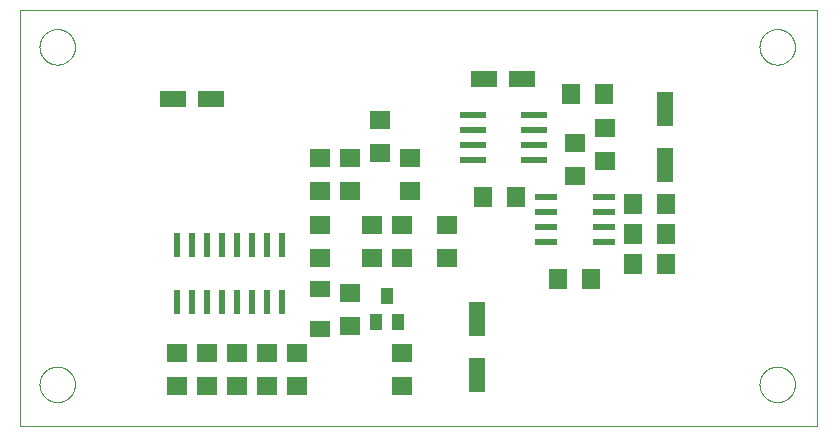
<source format=gtp>
G75*
%MOIN*%
%OFA0B0*%
%FSLAX25Y25*%
%IPPOS*%
%LPD*%
%AMOC8*
5,1,8,0,0,1.08239X$1,22.5*
%
%ADD10C,0.00000*%
%ADD11R,0.02400X0.08100*%
%ADD12R,0.07087X0.06299*%
%ADD13R,0.07087X0.05512*%
%ADD14R,0.03937X0.05512*%
%ADD15R,0.07800X0.02200*%
%ADD16R,0.06299X0.07087*%
%ADD17R,0.05512X0.11811*%
%ADD18R,0.08661X0.05512*%
%ADD19R,0.08661X0.02362*%
D10*
X0001000Y0001000D02*
X0001000Y0139626D01*
X0266614Y0139626D01*
X0266614Y0001000D01*
X0001000Y0001000D01*
X0007519Y0014740D02*
X0007521Y0014893D01*
X0007527Y0015047D01*
X0007537Y0015200D01*
X0007551Y0015352D01*
X0007569Y0015505D01*
X0007591Y0015656D01*
X0007616Y0015807D01*
X0007646Y0015958D01*
X0007680Y0016108D01*
X0007717Y0016256D01*
X0007758Y0016404D01*
X0007803Y0016550D01*
X0007852Y0016696D01*
X0007905Y0016840D01*
X0007961Y0016982D01*
X0008021Y0017123D01*
X0008085Y0017263D01*
X0008152Y0017401D01*
X0008223Y0017537D01*
X0008298Y0017671D01*
X0008375Y0017803D01*
X0008457Y0017933D01*
X0008541Y0018061D01*
X0008629Y0018187D01*
X0008720Y0018310D01*
X0008814Y0018431D01*
X0008912Y0018549D01*
X0009012Y0018665D01*
X0009116Y0018778D01*
X0009222Y0018889D01*
X0009331Y0018997D01*
X0009443Y0019102D01*
X0009557Y0019203D01*
X0009675Y0019302D01*
X0009794Y0019398D01*
X0009916Y0019491D01*
X0010041Y0019580D01*
X0010168Y0019667D01*
X0010297Y0019749D01*
X0010428Y0019829D01*
X0010561Y0019905D01*
X0010696Y0019978D01*
X0010833Y0020047D01*
X0010972Y0020112D01*
X0011112Y0020174D01*
X0011254Y0020232D01*
X0011397Y0020287D01*
X0011542Y0020338D01*
X0011688Y0020385D01*
X0011835Y0020428D01*
X0011983Y0020467D01*
X0012132Y0020503D01*
X0012282Y0020534D01*
X0012433Y0020562D01*
X0012584Y0020586D01*
X0012737Y0020606D01*
X0012889Y0020622D01*
X0013042Y0020634D01*
X0013195Y0020642D01*
X0013348Y0020646D01*
X0013502Y0020646D01*
X0013655Y0020642D01*
X0013808Y0020634D01*
X0013961Y0020622D01*
X0014113Y0020606D01*
X0014266Y0020586D01*
X0014417Y0020562D01*
X0014568Y0020534D01*
X0014718Y0020503D01*
X0014867Y0020467D01*
X0015015Y0020428D01*
X0015162Y0020385D01*
X0015308Y0020338D01*
X0015453Y0020287D01*
X0015596Y0020232D01*
X0015738Y0020174D01*
X0015878Y0020112D01*
X0016017Y0020047D01*
X0016154Y0019978D01*
X0016289Y0019905D01*
X0016422Y0019829D01*
X0016553Y0019749D01*
X0016682Y0019667D01*
X0016809Y0019580D01*
X0016934Y0019491D01*
X0017056Y0019398D01*
X0017175Y0019302D01*
X0017293Y0019203D01*
X0017407Y0019102D01*
X0017519Y0018997D01*
X0017628Y0018889D01*
X0017734Y0018778D01*
X0017838Y0018665D01*
X0017938Y0018549D01*
X0018036Y0018431D01*
X0018130Y0018310D01*
X0018221Y0018187D01*
X0018309Y0018061D01*
X0018393Y0017933D01*
X0018475Y0017803D01*
X0018552Y0017671D01*
X0018627Y0017537D01*
X0018698Y0017401D01*
X0018765Y0017263D01*
X0018829Y0017123D01*
X0018889Y0016982D01*
X0018945Y0016840D01*
X0018998Y0016696D01*
X0019047Y0016550D01*
X0019092Y0016404D01*
X0019133Y0016256D01*
X0019170Y0016108D01*
X0019204Y0015958D01*
X0019234Y0015807D01*
X0019259Y0015656D01*
X0019281Y0015505D01*
X0019299Y0015352D01*
X0019313Y0015200D01*
X0019323Y0015047D01*
X0019329Y0014893D01*
X0019331Y0014740D01*
X0019329Y0014587D01*
X0019323Y0014433D01*
X0019313Y0014280D01*
X0019299Y0014128D01*
X0019281Y0013975D01*
X0019259Y0013824D01*
X0019234Y0013673D01*
X0019204Y0013522D01*
X0019170Y0013372D01*
X0019133Y0013224D01*
X0019092Y0013076D01*
X0019047Y0012930D01*
X0018998Y0012784D01*
X0018945Y0012640D01*
X0018889Y0012498D01*
X0018829Y0012357D01*
X0018765Y0012217D01*
X0018698Y0012079D01*
X0018627Y0011943D01*
X0018552Y0011809D01*
X0018475Y0011677D01*
X0018393Y0011547D01*
X0018309Y0011419D01*
X0018221Y0011293D01*
X0018130Y0011170D01*
X0018036Y0011049D01*
X0017938Y0010931D01*
X0017838Y0010815D01*
X0017734Y0010702D01*
X0017628Y0010591D01*
X0017519Y0010483D01*
X0017407Y0010378D01*
X0017293Y0010277D01*
X0017175Y0010178D01*
X0017056Y0010082D01*
X0016934Y0009989D01*
X0016809Y0009900D01*
X0016682Y0009813D01*
X0016553Y0009731D01*
X0016422Y0009651D01*
X0016289Y0009575D01*
X0016154Y0009502D01*
X0016017Y0009433D01*
X0015878Y0009368D01*
X0015738Y0009306D01*
X0015596Y0009248D01*
X0015453Y0009193D01*
X0015308Y0009142D01*
X0015162Y0009095D01*
X0015015Y0009052D01*
X0014867Y0009013D01*
X0014718Y0008977D01*
X0014568Y0008946D01*
X0014417Y0008918D01*
X0014266Y0008894D01*
X0014113Y0008874D01*
X0013961Y0008858D01*
X0013808Y0008846D01*
X0013655Y0008838D01*
X0013502Y0008834D01*
X0013348Y0008834D01*
X0013195Y0008838D01*
X0013042Y0008846D01*
X0012889Y0008858D01*
X0012737Y0008874D01*
X0012584Y0008894D01*
X0012433Y0008918D01*
X0012282Y0008946D01*
X0012132Y0008977D01*
X0011983Y0009013D01*
X0011835Y0009052D01*
X0011688Y0009095D01*
X0011542Y0009142D01*
X0011397Y0009193D01*
X0011254Y0009248D01*
X0011112Y0009306D01*
X0010972Y0009368D01*
X0010833Y0009433D01*
X0010696Y0009502D01*
X0010561Y0009575D01*
X0010428Y0009651D01*
X0010297Y0009731D01*
X0010168Y0009813D01*
X0010041Y0009900D01*
X0009916Y0009989D01*
X0009794Y0010082D01*
X0009675Y0010178D01*
X0009557Y0010277D01*
X0009443Y0010378D01*
X0009331Y0010483D01*
X0009222Y0010591D01*
X0009116Y0010702D01*
X0009012Y0010815D01*
X0008912Y0010931D01*
X0008814Y0011049D01*
X0008720Y0011170D01*
X0008629Y0011293D01*
X0008541Y0011419D01*
X0008457Y0011547D01*
X0008375Y0011677D01*
X0008298Y0011809D01*
X0008223Y0011943D01*
X0008152Y0012079D01*
X0008085Y0012217D01*
X0008021Y0012357D01*
X0007961Y0012498D01*
X0007905Y0012640D01*
X0007852Y0012784D01*
X0007803Y0012930D01*
X0007758Y0013076D01*
X0007717Y0013224D01*
X0007680Y0013372D01*
X0007646Y0013522D01*
X0007616Y0013673D01*
X0007591Y0013824D01*
X0007569Y0013975D01*
X0007551Y0014128D01*
X0007537Y0014280D01*
X0007527Y0014433D01*
X0007521Y0014587D01*
X0007519Y0014740D01*
X0007519Y0127240D02*
X0007521Y0127393D01*
X0007527Y0127547D01*
X0007537Y0127700D01*
X0007551Y0127852D01*
X0007569Y0128005D01*
X0007591Y0128156D01*
X0007616Y0128307D01*
X0007646Y0128458D01*
X0007680Y0128608D01*
X0007717Y0128756D01*
X0007758Y0128904D01*
X0007803Y0129050D01*
X0007852Y0129196D01*
X0007905Y0129340D01*
X0007961Y0129482D01*
X0008021Y0129623D01*
X0008085Y0129763D01*
X0008152Y0129901D01*
X0008223Y0130037D01*
X0008298Y0130171D01*
X0008375Y0130303D01*
X0008457Y0130433D01*
X0008541Y0130561D01*
X0008629Y0130687D01*
X0008720Y0130810D01*
X0008814Y0130931D01*
X0008912Y0131049D01*
X0009012Y0131165D01*
X0009116Y0131278D01*
X0009222Y0131389D01*
X0009331Y0131497D01*
X0009443Y0131602D01*
X0009557Y0131703D01*
X0009675Y0131802D01*
X0009794Y0131898D01*
X0009916Y0131991D01*
X0010041Y0132080D01*
X0010168Y0132167D01*
X0010297Y0132249D01*
X0010428Y0132329D01*
X0010561Y0132405D01*
X0010696Y0132478D01*
X0010833Y0132547D01*
X0010972Y0132612D01*
X0011112Y0132674D01*
X0011254Y0132732D01*
X0011397Y0132787D01*
X0011542Y0132838D01*
X0011688Y0132885D01*
X0011835Y0132928D01*
X0011983Y0132967D01*
X0012132Y0133003D01*
X0012282Y0133034D01*
X0012433Y0133062D01*
X0012584Y0133086D01*
X0012737Y0133106D01*
X0012889Y0133122D01*
X0013042Y0133134D01*
X0013195Y0133142D01*
X0013348Y0133146D01*
X0013502Y0133146D01*
X0013655Y0133142D01*
X0013808Y0133134D01*
X0013961Y0133122D01*
X0014113Y0133106D01*
X0014266Y0133086D01*
X0014417Y0133062D01*
X0014568Y0133034D01*
X0014718Y0133003D01*
X0014867Y0132967D01*
X0015015Y0132928D01*
X0015162Y0132885D01*
X0015308Y0132838D01*
X0015453Y0132787D01*
X0015596Y0132732D01*
X0015738Y0132674D01*
X0015878Y0132612D01*
X0016017Y0132547D01*
X0016154Y0132478D01*
X0016289Y0132405D01*
X0016422Y0132329D01*
X0016553Y0132249D01*
X0016682Y0132167D01*
X0016809Y0132080D01*
X0016934Y0131991D01*
X0017056Y0131898D01*
X0017175Y0131802D01*
X0017293Y0131703D01*
X0017407Y0131602D01*
X0017519Y0131497D01*
X0017628Y0131389D01*
X0017734Y0131278D01*
X0017838Y0131165D01*
X0017938Y0131049D01*
X0018036Y0130931D01*
X0018130Y0130810D01*
X0018221Y0130687D01*
X0018309Y0130561D01*
X0018393Y0130433D01*
X0018475Y0130303D01*
X0018552Y0130171D01*
X0018627Y0130037D01*
X0018698Y0129901D01*
X0018765Y0129763D01*
X0018829Y0129623D01*
X0018889Y0129482D01*
X0018945Y0129340D01*
X0018998Y0129196D01*
X0019047Y0129050D01*
X0019092Y0128904D01*
X0019133Y0128756D01*
X0019170Y0128608D01*
X0019204Y0128458D01*
X0019234Y0128307D01*
X0019259Y0128156D01*
X0019281Y0128005D01*
X0019299Y0127852D01*
X0019313Y0127700D01*
X0019323Y0127547D01*
X0019329Y0127393D01*
X0019331Y0127240D01*
X0019329Y0127087D01*
X0019323Y0126933D01*
X0019313Y0126780D01*
X0019299Y0126628D01*
X0019281Y0126475D01*
X0019259Y0126324D01*
X0019234Y0126173D01*
X0019204Y0126022D01*
X0019170Y0125872D01*
X0019133Y0125724D01*
X0019092Y0125576D01*
X0019047Y0125430D01*
X0018998Y0125284D01*
X0018945Y0125140D01*
X0018889Y0124998D01*
X0018829Y0124857D01*
X0018765Y0124717D01*
X0018698Y0124579D01*
X0018627Y0124443D01*
X0018552Y0124309D01*
X0018475Y0124177D01*
X0018393Y0124047D01*
X0018309Y0123919D01*
X0018221Y0123793D01*
X0018130Y0123670D01*
X0018036Y0123549D01*
X0017938Y0123431D01*
X0017838Y0123315D01*
X0017734Y0123202D01*
X0017628Y0123091D01*
X0017519Y0122983D01*
X0017407Y0122878D01*
X0017293Y0122777D01*
X0017175Y0122678D01*
X0017056Y0122582D01*
X0016934Y0122489D01*
X0016809Y0122400D01*
X0016682Y0122313D01*
X0016553Y0122231D01*
X0016422Y0122151D01*
X0016289Y0122075D01*
X0016154Y0122002D01*
X0016017Y0121933D01*
X0015878Y0121868D01*
X0015738Y0121806D01*
X0015596Y0121748D01*
X0015453Y0121693D01*
X0015308Y0121642D01*
X0015162Y0121595D01*
X0015015Y0121552D01*
X0014867Y0121513D01*
X0014718Y0121477D01*
X0014568Y0121446D01*
X0014417Y0121418D01*
X0014266Y0121394D01*
X0014113Y0121374D01*
X0013961Y0121358D01*
X0013808Y0121346D01*
X0013655Y0121338D01*
X0013502Y0121334D01*
X0013348Y0121334D01*
X0013195Y0121338D01*
X0013042Y0121346D01*
X0012889Y0121358D01*
X0012737Y0121374D01*
X0012584Y0121394D01*
X0012433Y0121418D01*
X0012282Y0121446D01*
X0012132Y0121477D01*
X0011983Y0121513D01*
X0011835Y0121552D01*
X0011688Y0121595D01*
X0011542Y0121642D01*
X0011397Y0121693D01*
X0011254Y0121748D01*
X0011112Y0121806D01*
X0010972Y0121868D01*
X0010833Y0121933D01*
X0010696Y0122002D01*
X0010561Y0122075D01*
X0010428Y0122151D01*
X0010297Y0122231D01*
X0010168Y0122313D01*
X0010041Y0122400D01*
X0009916Y0122489D01*
X0009794Y0122582D01*
X0009675Y0122678D01*
X0009557Y0122777D01*
X0009443Y0122878D01*
X0009331Y0122983D01*
X0009222Y0123091D01*
X0009116Y0123202D01*
X0009012Y0123315D01*
X0008912Y0123431D01*
X0008814Y0123549D01*
X0008720Y0123670D01*
X0008629Y0123793D01*
X0008541Y0123919D01*
X0008457Y0124047D01*
X0008375Y0124177D01*
X0008298Y0124309D01*
X0008223Y0124443D01*
X0008152Y0124579D01*
X0008085Y0124717D01*
X0008021Y0124857D01*
X0007961Y0124998D01*
X0007905Y0125140D01*
X0007852Y0125284D01*
X0007803Y0125430D01*
X0007758Y0125576D01*
X0007717Y0125724D01*
X0007680Y0125872D01*
X0007646Y0126022D01*
X0007616Y0126173D01*
X0007591Y0126324D01*
X0007569Y0126475D01*
X0007551Y0126628D01*
X0007537Y0126780D01*
X0007527Y0126933D01*
X0007521Y0127087D01*
X0007519Y0127240D01*
X0247519Y0127240D02*
X0247521Y0127393D01*
X0247527Y0127547D01*
X0247537Y0127700D01*
X0247551Y0127852D01*
X0247569Y0128005D01*
X0247591Y0128156D01*
X0247616Y0128307D01*
X0247646Y0128458D01*
X0247680Y0128608D01*
X0247717Y0128756D01*
X0247758Y0128904D01*
X0247803Y0129050D01*
X0247852Y0129196D01*
X0247905Y0129340D01*
X0247961Y0129482D01*
X0248021Y0129623D01*
X0248085Y0129763D01*
X0248152Y0129901D01*
X0248223Y0130037D01*
X0248298Y0130171D01*
X0248375Y0130303D01*
X0248457Y0130433D01*
X0248541Y0130561D01*
X0248629Y0130687D01*
X0248720Y0130810D01*
X0248814Y0130931D01*
X0248912Y0131049D01*
X0249012Y0131165D01*
X0249116Y0131278D01*
X0249222Y0131389D01*
X0249331Y0131497D01*
X0249443Y0131602D01*
X0249557Y0131703D01*
X0249675Y0131802D01*
X0249794Y0131898D01*
X0249916Y0131991D01*
X0250041Y0132080D01*
X0250168Y0132167D01*
X0250297Y0132249D01*
X0250428Y0132329D01*
X0250561Y0132405D01*
X0250696Y0132478D01*
X0250833Y0132547D01*
X0250972Y0132612D01*
X0251112Y0132674D01*
X0251254Y0132732D01*
X0251397Y0132787D01*
X0251542Y0132838D01*
X0251688Y0132885D01*
X0251835Y0132928D01*
X0251983Y0132967D01*
X0252132Y0133003D01*
X0252282Y0133034D01*
X0252433Y0133062D01*
X0252584Y0133086D01*
X0252737Y0133106D01*
X0252889Y0133122D01*
X0253042Y0133134D01*
X0253195Y0133142D01*
X0253348Y0133146D01*
X0253502Y0133146D01*
X0253655Y0133142D01*
X0253808Y0133134D01*
X0253961Y0133122D01*
X0254113Y0133106D01*
X0254266Y0133086D01*
X0254417Y0133062D01*
X0254568Y0133034D01*
X0254718Y0133003D01*
X0254867Y0132967D01*
X0255015Y0132928D01*
X0255162Y0132885D01*
X0255308Y0132838D01*
X0255453Y0132787D01*
X0255596Y0132732D01*
X0255738Y0132674D01*
X0255878Y0132612D01*
X0256017Y0132547D01*
X0256154Y0132478D01*
X0256289Y0132405D01*
X0256422Y0132329D01*
X0256553Y0132249D01*
X0256682Y0132167D01*
X0256809Y0132080D01*
X0256934Y0131991D01*
X0257056Y0131898D01*
X0257175Y0131802D01*
X0257293Y0131703D01*
X0257407Y0131602D01*
X0257519Y0131497D01*
X0257628Y0131389D01*
X0257734Y0131278D01*
X0257838Y0131165D01*
X0257938Y0131049D01*
X0258036Y0130931D01*
X0258130Y0130810D01*
X0258221Y0130687D01*
X0258309Y0130561D01*
X0258393Y0130433D01*
X0258475Y0130303D01*
X0258552Y0130171D01*
X0258627Y0130037D01*
X0258698Y0129901D01*
X0258765Y0129763D01*
X0258829Y0129623D01*
X0258889Y0129482D01*
X0258945Y0129340D01*
X0258998Y0129196D01*
X0259047Y0129050D01*
X0259092Y0128904D01*
X0259133Y0128756D01*
X0259170Y0128608D01*
X0259204Y0128458D01*
X0259234Y0128307D01*
X0259259Y0128156D01*
X0259281Y0128005D01*
X0259299Y0127852D01*
X0259313Y0127700D01*
X0259323Y0127547D01*
X0259329Y0127393D01*
X0259331Y0127240D01*
X0259329Y0127087D01*
X0259323Y0126933D01*
X0259313Y0126780D01*
X0259299Y0126628D01*
X0259281Y0126475D01*
X0259259Y0126324D01*
X0259234Y0126173D01*
X0259204Y0126022D01*
X0259170Y0125872D01*
X0259133Y0125724D01*
X0259092Y0125576D01*
X0259047Y0125430D01*
X0258998Y0125284D01*
X0258945Y0125140D01*
X0258889Y0124998D01*
X0258829Y0124857D01*
X0258765Y0124717D01*
X0258698Y0124579D01*
X0258627Y0124443D01*
X0258552Y0124309D01*
X0258475Y0124177D01*
X0258393Y0124047D01*
X0258309Y0123919D01*
X0258221Y0123793D01*
X0258130Y0123670D01*
X0258036Y0123549D01*
X0257938Y0123431D01*
X0257838Y0123315D01*
X0257734Y0123202D01*
X0257628Y0123091D01*
X0257519Y0122983D01*
X0257407Y0122878D01*
X0257293Y0122777D01*
X0257175Y0122678D01*
X0257056Y0122582D01*
X0256934Y0122489D01*
X0256809Y0122400D01*
X0256682Y0122313D01*
X0256553Y0122231D01*
X0256422Y0122151D01*
X0256289Y0122075D01*
X0256154Y0122002D01*
X0256017Y0121933D01*
X0255878Y0121868D01*
X0255738Y0121806D01*
X0255596Y0121748D01*
X0255453Y0121693D01*
X0255308Y0121642D01*
X0255162Y0121595D01*
X0255015Y0121552D01*
X0254867Y0121513D01*
X0254718Y0121477D01*
X0254568Y0121446D01*
X0254417Y0121418D01*
X0254266Y0121394D01*
X0254113Y0121374D01*
X0253961Y0121358D01*
X0253808Y0121346D01*
X0253655Y0121338D01*
X0253502Y0121334D01*
X0253348Y0121334D01*
X0253195Y0121338D01*
X0253042Y0121346D01*
X0252889Y0121358D01*
X0252737Y0121374D01*
X0252584Y0121394D01*
X0252433Y0121418D01*
X0252282Y0121446D01*
X0252132Y0121477D01*
X0251983Y0121513D01*
X0251835Y0121552D01*
X0251688Y0121595D01*
X0251542Y0121642D01*
X0251397Y0121693D01*
X0251254Y0121748D01*
X0251112Y0121806D01*
X0250972Y0121868D01*
X0250833Y0121933D01*
X0250696Y0122002D01*
X0250561Y0122075D01*
X0250428Y0122151D01*
X0250297Y0122231D01*
X0250168Y0122313D01*
X0250041Y0122400D01*
X0249916Y0122489D01*
X0249794Y0122582D01*
X0249675Y0122678D01*
X0249557Y0122777D01*
X0249443Y0122878D01*
X0249331Y0122983D01*
X0249222Y0123091D01*
X0249116Y0123202D01*
X0249012Y0123315D01*
X0248912Y0123431D01*
X0248814Y0123549D01*
X0248720Y0123670D01*
X0248629Y0123793D01*
X0248541Y0123919D01*
X0248457Y0124047D01*
X0248375Y0124177D01*
X0248298Y0124309D01*
X0248223Y0124443D01*
X0248152Y0124579D01*
X0248085Y0124717D01*
X0248021Y0124857D01*
X0247961Y0124998D01*
X0247905Y0125140D01*
X0247852Y0125284D01*
X0247803Y0125430D01*
X0247758Y0125576D01*
X0247717Y0125724D01*
X0247680Y0125872D01*
X0247646Y0126022D01*
X0247616Y0126173D01*
X0247591Y0126324D01*
X0247569Y0126475D01*
X0247551Y0126628D01*
X0247537Y0126780D01*
X0247527Y0126933D01*
X0247521Y0127087D01*
X0247519Y0127240D01*
X0247519Y0014740D02*
X0247521Y0014893D01*
X0247527Y0015047D01*
X0247537Y0015200D01*
X0247551Y0015352D01*
X0247569Y0015505D01*
X0247591Y0015656D01*
X0247616Y0015807D01*
X0247646Y0015958D01*
X0247680Y0016108D01*
X0247717Y0016256D01*
X0247758Y0016404D01*
X0247803Y0016550D01*
X0247852Y0016696D01*
X0247905Y0016840D01*
X0247961Y0016982D01*
X0248021Y0017123D01*
X0248085Y0017263D01*
X0248152Y0017401D01*
X0248223Y0017537D01*
X0248298Y0017671D01*
X0248375Y0017803D01*
X0248457Y0017933D01*
X0248541Y0018061D01*
X0248629Y0018187D01*
X0248720Y0018310D01*
X0248814Y0018431D01*
X0248912Y0018549D01*
X0249012Y0018665D01*
X0249116Y0018778D01*
X0249222Y0018889D01*
X0249331Y0018997D01*
X0249443Y0019102D01*
X0249557Y0019203D01*
X0249675Y0019302D01*
X0249794Y0019398D01*
X0249916Y0019491D01*
X0250041Y0019580D01*
X0250168Y0019667D01*
X0250297Y0019749D01*
X0250428Y0019829D01*
X0250561Y0019905D01*
X0250696Y0019978D01*
X0250833Y0020047D01*
X0250972Y0020112D01*
X0251112Y0020174D01*
X0251254Y0020232D01*
X0251397Y0020287D01*
X0251542Y0020338D01*
X0251688Y0020385D01*
X0251835Y0020428D01*
X0251983Y0020467D01*
X0252132Y0020503D01*
X0252282Y0020534D01*
X0252433Y0020562D01*
X0252584Y0020586D01*
X0252737Y0020606D01*
X0252889Y0020622D01*
X0253042Y0020634D01*
X0253195Y0020642D01*
X0253348Y0020646D01*
X0253502Y0020646D01*
X0253655Y0020642D01*
X0253808Y0020634D01*
X0253961Y0020622D01*
X0254113Y0020606D01*
X0254266Y0020586D01*
X0254417Y0020562D01*
X0254568Y0020534D01*
X0254718Y0020503D01*
X0254867Y0020467D01*
X0255015Y0020428D01*
X0255162Y0020385D01*
X0255308Y0020338D01*
X0255453Y0020287D01*
X0255596Y0020232D01*
X0255738Y0020174D01*
X0255878Y0020112D01*
X0256017Y0020047D01*
X0256154Y0019978D01*
X0256289Y0019905D01*
X0256422Y0019829D01*
X0256553Y0019749D01*
X0256682Y0019667D01*
X0256809Y0019580D01*
X0256934Y0019491D01*
X0257056Y0019398D01*
X0257175Y0019302D01*
X0257293Y0019203D01*
X0257407Y0019102D01*
X0257519Y0018997D01*
X0257628Y0018889D01*
X0257734Y0018778D01*
X0257838Y0018665D01*
X0257938Y0018549D01*
X0258036Y0018431D01*
X0258130Y0018310D01*
X0258221Y0018187D01*
X0258309Y0018061D01*
X0258393Y0017933D01*
X0258475Y0017803D01*
X0258552Y0017671D01*
X0258627Y0017537D01*
X0258698Y0017401D01*
X0258765Y0017263D01*
X0258829Y0017123D01*
X0258889Y0016982D01*
X0258945Y0016840D01*
X0258998Y0016696D01*
X0259047Y0016550D01*
X0259092Y0016404D01*
X0259133Y0016256D01*
X0259170Y0016108D01*
X0259204Y0015958D01*
X0259234Y0015807D01*
X0259259Y0015656D01*
X0259281Y0015505D01*
X0259299Y0015352D01*
X0259313Y0015200D01*
X0259323Y0015047D01*
X0259329Y0014893D01*
X0259331Y0014740D01*
X0259329Y0014587D01*
X0259323Y0014433D01*
X0259313Y0014280D01*
X0259299Y0014128D01*
X0259281Y0013975D01*
X0259259Y0013824D01*
X0259234Y0013673D01*
X0259204Y0013522D01*
X0259170Y0013372D01*
X0259133Y0013224D01*
X0259092Y0013076D01*
X0259047Y0012930D01*
X0258998Y0012784D01*
X0258945Y0012640D01*
X0258889Y0012498D01*
X0258829Y0012357D01*
X0258765Y0012217D01*
X0258698Y0012079D01*
X0258627Y0011943D01*
X0258552Y0011809D01*
X0258475Y0011677D01*
X0258393Y0011547D01*
X0258309Y0011419D01*
X0258221Y0011293D01*
X0258130Y0011170D01*
X0258036Y0011049D01*
X0257938Y0010931D01*
X0257838Y0010815D01*
X0257734Y0010702D01*
X0257628Y0010591D01*
X0257519Y0010483D01*
X0257407Y0010378D01*
X0257293Y0010277D01*
X0257175Y0010178D01*
X0257056Y0010082D01*
X0256934Y0009989D01*
X0256809Y0009900D01*
X0256682Y0009813D01*
X0256553Y0009731D01*
X0256422Y0009651D01*
X0256289Y0009575D01*
X0256154Y0009502D01*
X0256017Y0009433D01*
X0255878Y0009368D01*
X0255738Y0009306D01*
X0255596Y0009248D01*
X0255453Y0009193D01*
X0255308Y0009142D01*
X0255162Y0009095D01*
X0255015Y0009052D01*
X0254867Y0009013D01*
X0254718Y0008977D01*
X0254568Y0008946D01*
X0254417Y0008918D01*
X0254266Y0008894D01*
X0254113Y0008874D01*
X0253961Y0008858D01*
X0253808Y0008846D01*
X0253655Y0008838D01*
X0253502Y0008834D01*
X0253348Y0008834D01*
X0253195Y0008838D01*
X0253042Y0008846D01*
X0252889Y0008858D01*
X0252737Y0008874D01*
X0252584Y0008894D01*
X0252433Y0008918D01*
X0252282Y0008946D01*
X0252132Y0008977D01*
X0251983Y0009013D01*
X0251835Y0009052D01*
X0251688Y0009095D01*
X0251542Y0009142D01*
X0251397Y0009193D01*
X0251254Y0009248D01*
X0251112Y0009306D01*
X0250972Y0009368D01*
X0250833Y0009433D01*
X0250696Y0009502D01*
X0250561Y0009575D01*
X0250428Y0009651D01*
X0250297Y0009731D01*
X0250168Y0009813D01*
X0250041Y0009900D01*
X0249916Y0009989D01*
X0249794Y0010082D01*
X0249675Y0010178D01*
X0249557Y0010277D01*
X0249443Y0010378D01*
X0249331Y0010483D01*
X0249222Y0010591D01*
X0249116Y0010702D01*
X0249012Y0010815D01*
X0248912Y0010931D01*
X0248814Y0011049D01*
X0248720Y0011170D01*
X0248629Y0011293D01*
X0248541Y0011419D01*
X0248457Y0011547D01*
X0248375Y0011677D01*
X0248298Y0011809D01*
X0248223Y0011943D01*
X0248152Y0012079D01*
X0248085Y0012217D01*
X0248021Y0012357D01*
X0247961Y0012498D01*
X0247905Y0012640D01*
X0247852Y0012784D01*
X0247803Y0012930D01*
X0247758Y0013076D01*
X0247717Y0013224D01*
X0247680Y0013372D01*
X0247646Y0013522D01*
X0247616Y0013673D01*
X0247591Y0013824D01*
X0247569Y0013975D01*
X0247551Y0014128D01*
X0247537Y0014280D01*
X0247527Y0014433D01*
X0247521Y0014587D01*
X0247519Y0014740D01*
D11*
X0088425Y0042240D03*
X0083425Y0042240D03*
X0078425Y0042240D03*
X0073425Y0042240D03*
X0068425Y0042240D03*
X0063425Y0042240D03*
X0058425Y0042240D03*
X0053425Y0042240D03*
X0053425Y0061140D03*
X0058425Y0061140D03*
X0063425Y0061140D03*
X0068425Y0061140D03*
X0073425Y0061140D03*
X0078425Y0061140D03*
X0083425Y0061140D03*
X0088425Y0061140D03*
D12*
X0100925Y0056728D03*
X0118425Y0056728D03*
X0128425Y0056728D03*
X0143425Y0056728D03*
X0143425Y0067752D03*
X0128425Y0067752D03*
X0118425Y0067752D03*
X0100925Y0067752D03*
X0100925Y0079228D03*
X0110925Y0079228D03*
X0130925Y0079228D03*
X0130925Y0090252D03*
X0120925Y0091728D03*
X0110925Y0090252D03*
X0100925Y0090252D03*
X0120925Y0102752D03*
X0185925Y0095252D03*
X0195925Y0100252D03*
X0195925Y0089228D03*
X0185925Y0084228D03*
X0110925Y0045252D03*
X0110925Y0034228D03*
X0093425Y0025252D03*
X0083425Y0025252D03*
X0073425Y0025252D03*
X0063425Y0025252D03*
X0053425Y0025252D03*
X0053425Y0014228D03*
X0063425Y0014228D03*
X0073425Y0014228D03*
X0083425Y0014228D03*
X0093425Y0014228D03*
X0128425Y0014228D03*
X0128425Y0025252D03*
D13*
X0100925Y0033047D03*
X0100925Y0046433D03*
D14*
X0119685Y0035409D03*
X0127165Y0035409D03*
X0123425Y0044071D03*
D15*
X0176225Y0062240D03*
X0176225Y0067240D03*
X0176225Y0072240D03*
X0176225Y0077240D03*
X0195625Y0077240D03*
X0195625Y0072240D03*
X0195625Y0067240D03*
X0195625Y0062240D03*
D16*
X0205413Y0064740D03*
X0216437Y0064740D03*
X0216437Y0074740D03*
X0205413Y0074740D03*
X0166437Y0077240D03*
X0155413Y0077240D03*
X0205413Y0054740D03*
X0216437Y0054740D03*
X0191437Y0049740D03*
X0180413Y0049740D03*
X0184779Y0111572D03*
X0195802Y0111572D03*
D17*
X0215925Y0106689D03*
X0215925Y0087791D03*
X0153425Y0036689D03*
X0153425Y0017791D03*
D18*
X0064724Y0109740D03*
X0052126Y0109740D03*
X0155594Y0116643D03*
X0168192Y0116643D03*
D19*
X0172461Y0104386D03*
X0172461Y0099386D03*
X0172461Y0094386D03*
X0172461Y0089386D03*
X0151988Y0089386D03*
X0151988Y0094386D03*
X0151988Y0099386D03*
X0151988Y0104386D03*
M02*

</source>
